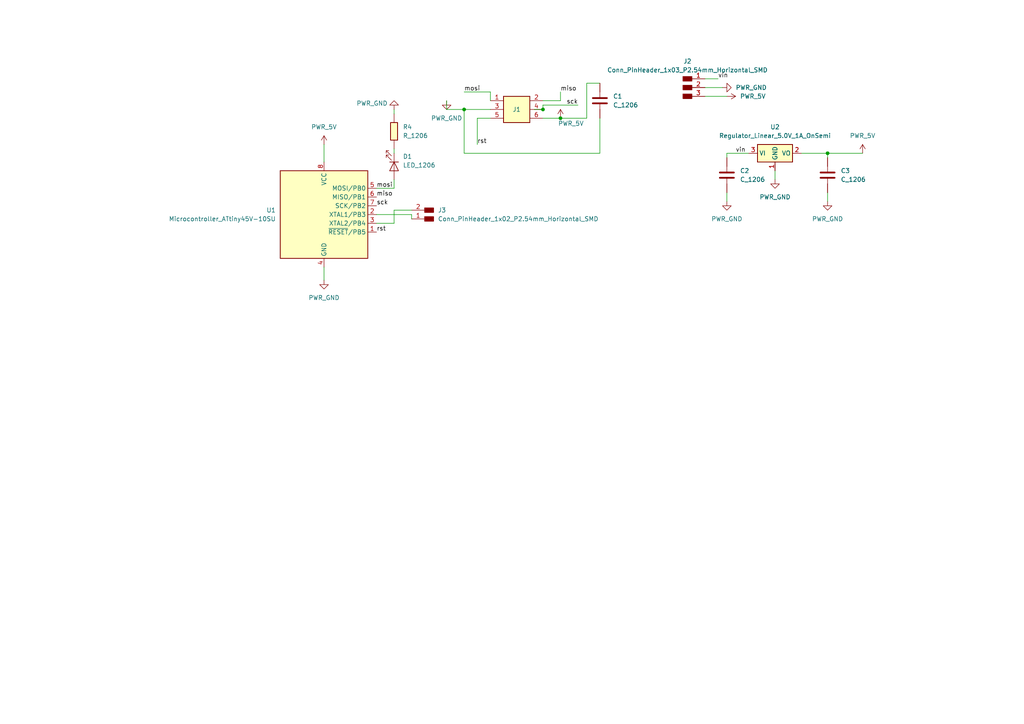
<source format=kicad_sch>
(kicad_sch (version 20231120) (generator "eeschema") (generator_version "8.0")
  (paper "A4")
  (lib_symbols
    (symbol "Fabacademy:C_1206" (pin_numbers hide)
      (property "Reference" "C" (at 0.635 2.54 0))
      (property "Value" "C_1206" (at 0.635 -2.54 0))
      (symbol "C_1206_0_1"
        (polyline (pts (xy -2.032 -0.762) (xy 2.032 -0.762)) (stroke (width 0.508)))
        (polyline (pts (xy -2.032 0.762) (xy 2.032 0.762)) (stroke (width 0.508)))
        (polyline (pts (xy 0 -0.635) (xy 0 -2.54)))
        (polyline (pts (xy 0 0.635) (xy 0 2.54)))
      )
      (symbol "C_1206_1_1"
        (pin passive line (at 0 5.08 270) (length 2.54) (name "~") (number "1"))
        (pin passive line (at 0 -5.08 90) (length 2.54) (name "~") (number "2"))
      )
    )
    (symbol "Fabacademy:Conn_PinHeader_1x02_P2.54mm_Horizontal_SMD" (pin_names hide)
      (property "Reference" "J" (at 0 2.54 0))
      (property "Value" "Conn_PinHeader_1x02_P2.54mm_Horizontal_SMD" (at 0 -5.08 0))
      (symbol "Conn_PinHeader_1x02_P2.54mm_Horizontal_SMD_1_1"
        (rectangle (start -1.27 -1.905) (end 1.27 -3.175) (stroke (width 0.254)) (fill (type outline)))
        (rectangle (start -1.27 0.635) (end 1.27 -0.635) (stroke (width 0.254)) (fill (type outline)))
        (pin passive line (at 5.08 0 180) (length 3.81) (name "Pin_1") (number "1"))
        (pin passive line (at 5.08 -2.54 180) (length 3.81) (name "Pin_2") (number "2"))
      )
    )
    (symbol "Fabacademy:Conn_PinHeader_1x03_P2.54mm_Horizontal_SMD" (pin_names hide)
      (property "Reference" "J" (at 0 5.08 0))
      (property "Value" "Conn_PinHeader_1x03_P2.54mm_Horizontal_SMD" (at 0 -5.08 0))
      (symbol "Conn_PinHeader_1x03_P2.54mm_Horizontal_SMD_1_1"
        (rectangle (start -1.27 -1.905) (end 1.27 -3.175) (stroke (width 0.254)) (fill (type outline)))
        (rectangle (start -1.27 0.635) (end 1.27 -0.635) (stroke (width 0.254)) (fill (type outline)))
        (rectangle (start -1.27 3.175) (end 1.27 1.905) (stroke (width 0.254)) (fill (type outline)))
        (pin passive line (at 5.08 2.54 180) (length 3.81) (name "Pin_1") (number "1"))
        (pin passive line (at 5.08 0 180) (length 3.81) (name "Pin_2") (number "2"))
        (pin passive line (at 5.08 -2.54 180) (length 3.81) (name "Pin_3") (number "3"))
      )
    )
    (symbol "Fabacademy:Conn_PinHeader_2x03_P2.54mm_Vertical_SMD" (pin_names hide)
      (property "Reference" "J" (at 0 5.08 0))
      (property "Value" "Conn_PinHeader_2x03_P2.54mm_Vertical_SMD" (at 0 -5.08 0))
      (symbol "Conn_PinHeader_2x03_P2.54mm_Vertical_SMD_1_1"
        (rectangle (start -3.81 3.81) (end 3.81 -3.81) (stroke (width 0.254)) (fill (type background)))
        (pin passive line (at -7.62 2.54 0) (length 3.81) (name "Pin_1") (number "1"))
        (pin passive line (at 7.62 2.54 180) (length 3.81) (name "Pin_2") (number "2"))
        (pin passive line (at -7.62 0 0) (length 3.81) (name "Pin_3") (number "3"))
        (pin passive line (at 7.62 0 180) (length 3.81) (name "Pin_4") (number "4"))
        (pin passive line (at -7.62 -2.54 0) (length 3.81) (name "Pin_5") (number "5"))
        (pin passive line (at 7.62 -2.54 180) (length 3.81) (name "Pin_6") (number "6"))
      )
    )
    (symbol "Fabacademy:LED_1206" (pin_numbers hide) (pin_names (offset 1.016) hide)
      (property "Reference" "D" (at 0 2.54 0))
      (property "Value" "LED_1206" (at 0 -2.54 0))
      (symbol "LED_1206_0_1"
        (polyline (pts (xy -1.27 -1.27) (xy -1.27 1.27)) (stroke (width 0.2032)))
        (polyline (pts (xy -1.27 0) (xy 1.27 0)))
        (polyline (pts (xy 1.27 -1.27) (xy 1.27 1.27) (xy -1.27 0) (xy 1.27 -1.27)) (stroke (width 0.2032)))
        (polyline (pts (xy -3.048 -0.762) (xy -4.572 -2.286) (xy -3.81 -2.286) (xy -4.572 -2.286) (xy -4.572 -1.524)))
        (polyline (pts (xy -1.778 -0.762) (xy -3.302 -2.286) (xy -2.54 -2.286) (xy -3.302 -2.286) (xy -3.302 -1.524)))
      )
      (symbol "LED_1206_1_1"
        (pin passive line (at -3.81 0 0) (length 2.54) (name "K") (number "1"))
        (pin passive line (at 3.81 0 180) (length 2.54) (name "A") (number "2"))
      )
    )
    (symbol "Fabacademy:Microcontroller_ATtiny45V-10SU"
      (property "Reference" "U" (at -12.7 13.97 0))
      (property "Value" "Microcontroller_ATtiny45V-10SU" (at 2.54 15.24 0))
      (symbol "Microcontroller_ATtiny45V-10SU_0_1"
        (rectangle (start -12.7 -12.7) (end 12.7 12.7) (stroke (width 0.254)) (fill (type background)))
      )
      (symbol "Microcontroller_ATtiny45V-10SU_1_1"
        (pin bidirectional line (at 15.24 -5.08 180) (length 2.54) (name "~{RESET}/PB5") (number "1"))
        (pin bidirectional line (at 15.24 0 180) (length 2.54) (name "XTAL1/PB3") (number "2"))
        (pin bidirectional line (at 15.24 -2.54 180) (length 2.54) (name "XTAL2/PB4") (number "3"))
        (pin power_in line (at 0 -15.24 90) (length 2.54) (name "GND") (number "4"))
        (pin bidirectional line (at 15.24 7.62 180) (length 2.54) (name "MOSI/PB0") (number "5"))
        (pin bidirectional line (at 15.24 5.08 180) (length 2.54) (name "MISO/PB1") (number "6"))
        (pin bidirectional line (at 15.24 2.54 180) (length 2.54) (name "SCK/PB2") (number "7"))
        (pin power_in line (at 0 15.24 270) (length 2.54) (name "VCC") (number "8"))
      )
    )
    (symbol "Fabacademy:PWR_5V" (power) (pin_names (offset 0))
      (property "Value" "PWR_5V" (at 0 3.556 0))
      (symbol "PWR_5V_0_1"
        (polyline (pts (xy -0.762 1.27) (xy 0 2.54)))
        (polyline (pts (xy 0 0) (xy 0 2.54)))
        (polyline (pts (xy 0 2.54) (xy 0.762 1.27)))
      )
      (symbol "PWR_5V_1_1"
        (pin power_in line (at 0 0 90) (length 0) hide (name "PWR_5V") (number "1"))
      )
    )
    (symbol "Fabacademy:PWR_GND" (power) (pin_names (offset 0))
      (property "Value" "PWR_GND" (at 0 -3.81 0))
      (symbol "PWR_GND_0_1"
        (polyline (pts (xy 0 0) (xy 0 -1.27) (xy 1.27 -1.27) (xy 0 -2.54) (xy -1.27 -1.27) (xy 0 -1.27)))
      )
      (symbol "PWR_GND_1_1"
        (pin power_in line (at 0 0 270) (length 0) hide (name "PWR_GND") (number "1"))
      )
    )
    (symbol "Fabacademy:R_1206" (pin_numbers hide) (pin_names (offset 0))
      (property "Reference" "R" (at 2.54 0 90))
      (property "Value" "R_1206" (at -2.54 0 90))
      (symbol "R_1206_0_1"
        (rectangle (start -1.016 -2.54) (end 1.016 2.54) (stroke (width 0.254)) (fill (type background)))
      )
      (symbol "R_1206_1_1"
        (pin passive line (at 0 5.08 270) (length 2.54) (name "~") (number "1"))
        (pin passive line (at 0 -5.08 90) (length 2.54) (name "~") (number "2"))
      )
    )
    (symbol "Fabacademy:Regulator_Linear_5.0V_1A_OnSemi"
      (property "Reference" "U" (at -5.08 6.35 0))
      (property "Value" "Regulator_Linear_5.0V_1A_OnSemi" (at -5.08 3.81 0))
      (symbol "Regulator_Linear_5.0V_1A_OnSemi_0_1"
        (rectangle (start -5.08 2.54) (end 5.08 -2.54) (stroke (width 0.254)) (fill (type background)))
      )
      (symbol "Regulator_Linear_5.0V_1A_OnSemi_1_1"
        (pin power_in line (at 0 -5.08 90) (length 2.54) (name "GND") (number "1"))
        (pin power_out line (at 7.62 0 180) (length 2.54) (name "VO") (number "2"))
        (pin power_in line (at -7.62 0 0) (length 2.54) (name "VI") (number "3"))
      )
    )
  )
  (junction (at 134.62 31.75))
  (junction (at 240.03 44.45))
  (junction (at 162.56 34.29))
  (junction (at 157.48 31.75))
  (wire (pts (xy 162.56 26.67) (xy 162.56 29.21)))
  (wire (pts (xy 204.47 27.94) (xy 210.82 27.94)))
  (wire (pts (xy 119.38 62.23) (xy 119.38 63.5)))
  (wire (pts (xy 142.24 31.75) (xy 134.62 31.75)))
  (wire (pts (xy 93.98 41.91) (xy 93.98 46.99)))
  (wire (pts (xy 93.98 77.47) (xy 93.98 81.28)))
  (wire (pts (xy 109.22 62.23) (xy 119.38 62.23)))
  (wire (pts (xy 210.82 44.45) (xy 217.17 44.45)))
  (wire (pts (xy 114.3 52.07) (xy 114.3 54.61)))
  (wire (pts (xy 154.94 31.75) (xy 157.48 31.75)))
  (wire (pts (xy 240.03 45.72) (xy 240.03 44.45)))
  (wire (pts (xy 114.3 60.96) (xy 119.38 60.96)))
  (wire (pts (xy 134.62 31.75) (xy 134.62 44.45)))
  (wire (pts (xy 129.54 31.75) (xy 134.62 31.75)))
  (wire (pts (xy 129.54 29.21) (xy 129.54 31.75)))
  (wire (pts (xy 114.3 64.77) (xy 114.3 60.96)))
  (wire (pts (xy 142.24 26.67) (xy 142.24 29.21)))
  (wire (pts (xy 240.03 44.45) (xy 232.41 44.45)))
  (wire (pts (xy 114.3 43.18) (xy 114.3 44.45)))
  (wire (pts (xy 109.22 64.77) (xy 114.3 64.77)))
  (wire (pts (xy 167.64 30.48) (xy 157.48 30.48)))
  (wire (pts (xy 114.3 54.61) (xy 109.22 54.61)))
  (wire (pts (xy 170.18 34.29) (xy 162.56 34.29)))
  (wire (pts (xy 224.79 49.53) (xy 224.79 52.07)))
  (wire (pts (xy 204.47 25.4) (xy 209.55 25.4)))
  (wire (pts (xy 138.43 41.91) (xy 138.43 34.29)))
  (wire (pts (xy 134.62 44.45) (xy 173.99 44.45)))
  (wire (pts (xy 210.82 55.88) (xy 210.82 58.42)))
  (wire (pts (xy 134.62 26.67) (xy 142.24 26.67)))
  (wire (pts (xy 138.43 34.29) (xy 142.24 34.29)))
  (wire (pts (xy 162.56 29.21) (xy 157.48 29.21)))
  (wire (pts (xy 173.99 44.45) (xy 173.99 34.29)))
  (wire (pts (xy 157.48 34.29) (xy 162.56 34.29)))
  (wire (pts (xy 114.3 31.75) (xy 114.3 33.02)))
  (wire (pts (xy 170.18 24.13) (xy 170.18 34.29)))
  (wire (pts (xy 240.03 55.88) (xy 240.03 58.42)))
  (wire (pts (xy 157.48 30.48) (xy 157.48 31.75)))
  (wire (pts (xy 173.99 24.13) (xy 170.18 24.13)))
  (wire (pts (xy 240.03 44.45) (xy 250.19 44.45)))
  (wire (pts (xy 210.82 45.72) (xy 210.82 44.45)))
  (wire (pts (xy 204.47 22.86) (xy 208.28 22.86)))
  (label "rst" (at 109.22 67.31 0))
  (label "mosi" (at 109.22 54.61 0))
  (label "vin" (at 213.36 44.45 0))
  (label "rst" (at 138.43 41.91 0))
  (label "vin" (at 208.28 22.86 0))
  (label "mosi" (at 134.62 26.67 0))
  (label "sck" (at 109.22 59.69 0))
  (label "miso" (at 162.56 26.67 0))
  (label "sck" (at 167.64 30.48 180))
  (label "miso" (at 109.22 57.15 0))
  (symbol (lib_id "Fabacademy:R_1206") (at 114.3 38.1 180) (unit 1)
    (property "Reference" "R4" (at 116.84 36.8299 0) (effects (justify right)))
    (property "Value" "R_1206" (at 116.84 39.3699 0) (effects (justify right)))
    (property "Footprint" "fab:R_1206" (effects (hide yes)))
    (property "Description" "Resistor" (effects (hide yes)))
  )
  (symbol (lib_id "Fabacademy:PWR_GND") (at 209.55 25.4 90) (unit 1)
    (property "Reference" "#PWR013" (effects (hide yes)))
    (property "Value" "PWR_GND" (at 213.36 25.3999 90) (effects (justify right)))
    (property "Description" "Power symbol creates a global label with name \"GND\" , ground" (effects (hide yes)))
  )
  (symbol (lib_id "Fabacademy:Conn_PinHeader_1x02_P2.54mm_Horizontal_SMD") (at 124.46 63.5 180) (unit 1)
    (property "Reference" "J3" (at 127 60.9599 0) (effects (justify right)))
    (property "Value" "Conn_PinHeader_1x02_P2.54mm_Horizontal_SMD" (at 127 63.4999 0) (effects (justify right)))
    (property "Footprint" "fab:PinHeader_1x02_P2.54mm_Horizontal_SMD" (effects (hide yes)))
    (property "Description" "Male connector, single row" (effects (hide yes)))
  )
  (symbol (lib_id "Fabacademy:PWR_GND") (at 224.79 52.07 0) (unit 1)
    (property "Reference" "#PWR011" (effects (hide yes)))
    (property "Value" "PWR_GND" (at 224.79 57.15 0))
    (property "Description" "Power symbol creates a global label with name \"GND\" , ground" (effects (hide yes)))
  )
  (symbol (lib_id "Fabacademy:PWR_GND") (at 129.54 29.21 0) (unit 1)
    (property "Reference" "#PWR09" (effects (hide yes)))
    (property "Value" "PWR_GND" (at 129.54 34.29 0))
    (property "Description" "Power symbol creates a global label with name \"GND\" , ground" (effects (hide yes)))
  )
  (symbol (lib_id "Fabacademy:PWR_5V") (at 210.82 27.94 270) (unit 1)
    (property "Reference" "#PWR014" (effects (hide yes)))
    (property "Value" "PWR_5V" (at 214.63 27.9399 90) (effects (justify left)))
    (property "Description" "Power symbol creates a global label with name \"+5V\"" (effects (hide yes)))
  )
  (symbol (lib_id "Fabacademy:Conn_PinHeader_2x03_P2.54mm_Vertical_SMD") (at 149.86 31.75 0) (unit 1)
    (property "Reference" "J1" (at 149.86 31.75 0))
    (property "Value" "Conn_PinHeader_2x03_P2.54mm_Vertical_SMD" (effects (hide yes)))
    (property "Footprint" "fab:PinHeader_2x03_P2.54mm_Vertical_SMD" (effects (hide yes)))
    (property "Datasheet" "https://cdn.amphenol-icc.com/media/wysiwyg/files/drawing/95278.pdf" (effects (hide yes)))
    (property "Description" "Connector Header Surface Mount 6 position 0.100\" (2.54mm)" (effects (hide yes)))
  )
  (symbol (lib_id "Fabacademy:PWR_GND") (at 114.3 31.75 180) (unit 1)
    (property "Reference" "#PWR010" (effects (hide yes)))
    (property "Value" "PWR_GND" (at 103.378 29.972 0) (effects (justify right)))
    (property "Description" "Power symbol creates a global label with name \"GND\" , ground" (effects (hide yes)))
  )
  (symbol (lib_id "Fabacademy:C_1206") (at 240.03 50.8 0) (unit 1)
    (property "Reference" "C3" (at 243.84 49.5299 0) (effects (justify left)))
    (property "Value" "C_1206" (at 243.84 52.0699 0) (effects (justify left)))
    (property "Footprint" "fab:C_1206" (effects (hide yes)))
    (property "Datasheet" "https://www.yageo.com/upload/media/product/productsearch/datasheet/mlcc/UPY-GP_NP0_16V-to-50V_18.pdf" (effects (hide yes)))
    (property "Description" "Unpolarized capacitor, SMD, 1206" (effects (hide yes)))
  )
  (symbol (lib_id "Fabacademy:Regulator_Linear_5.0V_1A_OnSemi") (at 224.79 44.45 0) (unit 1)
    (property "Reference" "U2" (at 224.79 36.83 0))
    (property "Value" "Regulator_Linear_5.0V_1A_OnSemi" (at 224.79 39.37 0))
    (property "Footprint" "fab:SOT-223-3_TabPin2" (effects (hide yes)))
    (property "Datasheet" "https://www.onsemi.com/pdf/datasheet/ncp1117-d.pdf" (effects (hide yes)))
    (property "Description" "5.0V 1A Linear Voltage Regulator from OnSemi in SOT-223-3_TabPin2 package" (effects (hide yes)))
  )
  (symbol (lib_id "Fabacademy:Conn_PinHeader_1x03_P2.54mm_Horizontal_SMD") (at 199.39 25.4 0) (unit 1)
    (property "Reference" "J2" (at 199.39 17.78 0))
    (property "Value" "Conn_PinHeader_1x03_P2.54mm_Horizontal_SMD" (at 199.39 20.32 0))
    (property "Footprint" "fab:PinHeader_1x03_P2.54mm_Horizontal_SMD" (effects (hide yes)))
    (property "Description" "Male connector, single row" (effects (hide yes)))
  )
  (symbol (lib_id "Fabacademy:C_1206") (at 173.99 29.21 0) (unit 1)
    (property "Reference" "C1" (at 177.8 27.9399 0) (effects (justify left)))
    (property "Value" "C_1206" (at 177.8 30.4799 0) (effects (justify left)))
    (property "Footprint" "fab:C_1206" (effects (hide yes)))
    (property "Datasheet" "https://www.yageo.com/upload/media/product/productsearch/datasheet/mlcc/UPY-GP_NP0_16V-to-50V_18.pdf" (effects (hide yes)))
    (property "Description" "Unpolarized capacitor, SMD, 1206" (effects (hide yes)))
  )
  (symbol (lib_id "Fabacademy:PWR_5V") (at 250.19 44.45 0) (unit 1)
    (property "Reference" "#PWR012" (effects (hide yes)))
    (property "Value" "PWR_5V" (at 250.19 39.37 0))
    (property "Description" "Power symbol creates a global label with name \"+5V\"" (effects (hide yes)))
  )
  (symbol (lib_id "Fabacademy:PWR_GND") (at 240.03 58.42 0) (unit 1)
    (property "Reference" "#PWR016" (effects (hide yes)))
    (property "Value" "PWR_GND" (at 240.03 63.5 0))
    (property "Description" "Power symbol creates a global label with name \"GND\" , ground" (effects (hide yes)))
  )
  (symbol (lib_id "Fabacademy:Microcontroller_ATtiny45V-10SU") (at 93.98 62.23 0) (unit 1)
    (property "Reference" "U1" (at 80.01 60.9599 0) (effects (justify right)))
    (property "Value" "Microcontroller_ATtiny45V-10SU" (at 80.01 63.4999 0) (effects (justify right)))
    (property "Footprint" "fab:SOIC-8_3.9x4.9mm_P1.27mm" (effects (hide yes)))
    (property "Datasheet" "http://ww1.microchip.com/downloads/en/DeviceDoc/atmel-2586-avr-8-bit-microcontroller-attiny25-attiny45-attiny85_datasheet.pdf" (effects (hide yes)))
    (property "Description" "AVR ATtiny Microcontroller IC 8-Bit 10MHz 4KB (2K x 16) FLASH 8-SOIC" (effects (hide yes)))
  )
  (symbol (lib_id "Fabacademy:C_1206") (at 210.82 50.8 0) (unit 1)
    (property "Reference" "C2" (at 214.63 49.5299 0) (effects (justify left)))
    (property "Value" "C_1206" (at 214.63 52.0699 0) (effects (justify left)))
    (property "Footprint" "fab:C_1206" (effects (hide yes)))
    (property "Datasheet" "https://www.yageo.com/upload/media/product/productsearch/datasheet/mlcc/UPY-GP_NP0_16V-to-50V_18.pdf" (effects (hide yes)))
    (property "Description" "Unpolarized capacitor, SMD, 1206" (effects (hide yes)))
  )
  (symbol (lib_id "Fabacademy:PWR_GND") (at 93.98 81.28 0) (unit 1)
    (property "Reference" "#PWR01" (effects (hide yes)))
    (property "Value" "PWR_GND" (at 93.98 86.36 0))
    (property "Description" "Power symbol creates a global label with name \"GND\" , ground" (effects (hide yes)))
  )
  (symbol (lib_id "Fabacademy:PWR_5V") (at 162.56 34.29 0) (mirror y) (unit 1)
    (property "Reference" "#PWR08" (effects (hide yes)))
    (property "Value" "PWR_5V" (at 165.608 35.814 0))
    (property "Description" "Power symbol creates a global label with name \"+5V\"" (effects (hide yes)))
  )
  (symbol (lib_id "Fabacademy:PWR_5V") (at 93.98 41.91 0) (unit 1)
    (property "Reference" "#PWR02" (effects (hide yes)))
    (property "Value" "PWR_5V" (at 93.98 36.83 0))
    (property "Description" "Power symbol creates a global label with name \"+5V\"" (effects (hide yes)))
  )
  (symbol (lib_id "Fabacademy:LED_1206") (at 114.3 48.26 270) (unit 1)
    (property "Reference" "D1" (at 116.84 45.3897 90) (effects (justify left)))
    (property "Value" "LED_1206" (at 116.84 47.9297 90) (effects (justify left)))
    (property "Footprint" "fab:LED_1206" (effects (hide yes)))
    (property "Datasheet" "https://optoelectronics.liteon.com/upload/download/DS-22-98-0002/LTST-C150CKT.pdf" (effects (hide yes)))
    (property "Description" "Light emitting diode, Lite-On Inc. LTST, SMD" (effects (hide yes)))
  )
  (symbol (lib_id "Fabacademy:PWR_GND") (at 210.82 58.42 0) (unit 1)
    (property "Reference" "#PWR015" (effects (hide yes)))
    (property "Value" "PWR_GND" (at 210.82 63.5 0))
    (property "Description" "Power symbol creates a global label with name \"GND\" , ground" (effects (hide yes)))
  )
)
</source>
